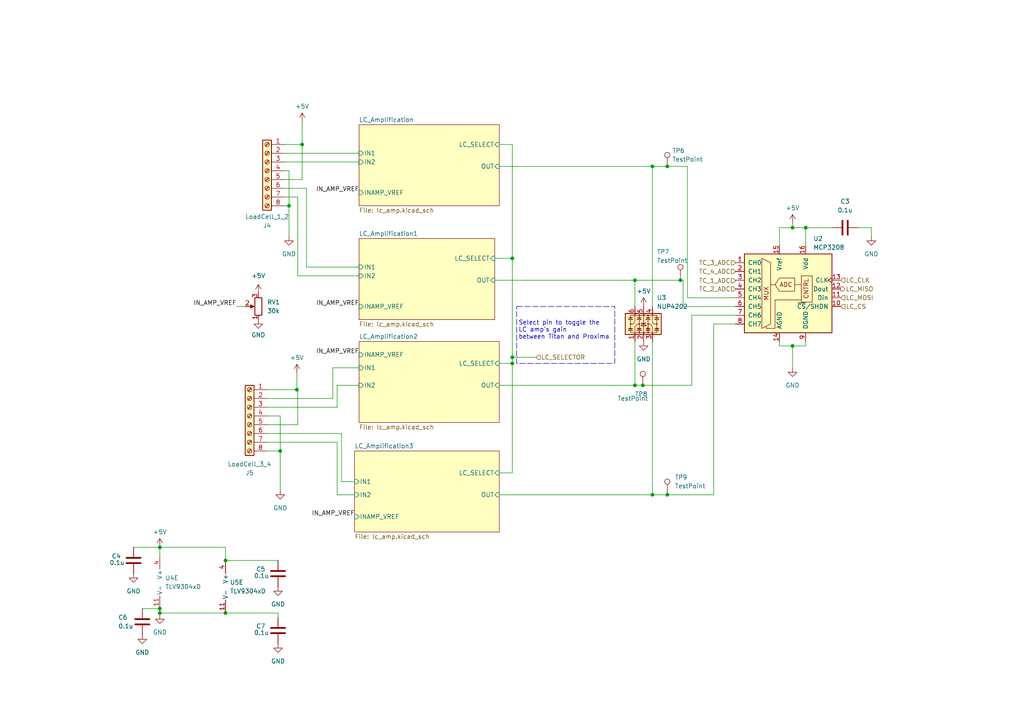
<source format=kicad_sch>
(kicad_sch (version 20230121) (generator eeschema)
  (paper "A4")
  (lib_symbols
    (symbol "Amplifier_Operational:TLV9304xD" (pin_names (offset 0.127))
      (property "Reference" "U" (at 0 5.08 0))
      (property "Value" "TLV9304xD" (at 0 -5.08 0))
      (symbol "TLV9304xD_1_1"
        (polyline (pts (xy -5.08 5.08) (xy 5.08 0) (xy -5.08 -5.08) (xy -5.08 5.08)) (stroke (width 0.254)) (fill (type background)))
        (pin output line (at 7.62 0 180) (length 2.54) (name "~") (number "1"))
        (pin input line (at -7.62 -2.54 0) (length 2.54) (name "-") (number "2"))
        (pin input line (at -7.62 2.54 0) (length 2.54) (name "+") (number "3"))
      )
      (symbol "TLV9304xD_2_1"
        (polyline (pts (xy -5.08 5.08) (xy 5.08 0) (xy -5.08 -5.08) (xy -5.08 5.08)) (stroke (width 0.254)) (fill (type background)))
        (pin input line (at -7.62 2.54 0) (length 2.54) (name "+") (number "5"))
        (pin input line (at -7.62 -2.54 0) (length 2.54) (name "-") (number "6"))
        (pin output line (at 7.62 0 180) (length 2.54) (name "~") (number "7"))
      )
      (symbol "TLV9304xD_3_1"
        (polyline (pts (xy -5.08 5.08) (xy 5.08 0) (xy -5.08 -5.08) (xy -5.08 5.08)) (stroke (width 0.254)) (fill (type background)))
        (pin input line (at -7.62 2.54 0) (length 2.54) (name "+") (number "10"))
        (pin output line (at 7.62 0 180) (length 2.54) (name "~") (number "8"))
        (pin input line (at -7.62 -2.54 0) (length 2.54) (name "-") (number "9"))
      )
      (symbol "TLV9304xD_4_1"
        (polyline (pts (xy -5.08 5.08) (xy 5.08 0) (xy -5.08 -5.08) (xy -5.08 5.08)) (stroke (width 0.254)) (fill (type background)))
        (pin input line (at -7.62 2.54 0) (length 2.54) (name "+") (number "12"))
        (pin input line (at -7.62 -2.54 0) (length 2.54) (name "-") (number "13"))
        (pin output line (at 7.62 0 180) (length 2.54) (name "~") (number "14"))
      )
      (symbol "TLV9304xD_5_1"
        (pin power_in line (at -2.54 -7.62 90) (length 3.81) (name "V-") (number "11"))
        (pin power_in line (at -2.54 7.62 270) (length 3.81) (name "V+") (number "4"))
      )
    )
    (symbol "Analog_ADC:MCP3208" (pin_names (offset 1.016))
      (property "Reference" "U3" (at 7.2741 14.605 0))
      (property "Value" "MCP3208" (at 7.2741 12.065 0))
      (symbol "MCP3208_0_0"
        (text "ADC" (at -0.635 1.27 0) (effects (font (size 1.27 1.27))))
        (text "CNTRL" (at 5.969 -2.921 900) (effects (font (size 1.27 1.27)) (justify left bottom)))
        (text "MUX" (at -6.35 -1.27 900) (effects (font (size 1.27 1.27))))
      )
      (symbol "MCP3208_0_1"
        (polyline (pts (xy -3.81 1.27) (xy -5.08 1.27)))
        (polyline (pts (xy 1.905 1.27) (xy 3.81 1.27)))
        (polyline (pts (xy -7.62 8.89) (xy -7.62 -11.43) (xy -5.08 -10.16) (xy -5.08 7.62) (xy -7.62 8.89)))
        (polyline (pts (xy 3.81 -3.175) (xy -3.81 -3.175) (xy -3.81 -11.43) (xy -6.35 -11.43) (xy -6.35 -10.795)))
        (polyline (pts (xy 1.905 3.175) (xy 1.905 -0.635) (xy -2.54 -0.635) (xy -3.81 1.27) (xy -2.54 3.175) (xy 1.905 3.175)))
        (rectangle (start 3.81 -3.81) (end 6.985 3.81))
        (rectangle (start 12.7 -12.7) (end -12.7 10.16) (stroke (width 0.254)) (fill (type background)))
      )
      (symbol "MCP3208_1_1"
        (pin input line (at -15.24 7.62 0) (length 2.54) (name "CH0") (number "1"))
        (pin input line (at 15.24 -5.08 180) (length 2.54) (name "~{CS}/SHDN") (number "10"))
        (pin input line (at 15.24 -2.54 180) (length 2.54) (name "Din") (number "11"))
        (pin tri_state line (at 15.24 0 180) (length 2.54) (name "Dout") (number "12"))
        (pin input clock (at 15.24 2.54 180) (length 2.54) (name "CLK") (number "13"))
        (pin power_in line (at -2.54 -15.24 90) (length 2.54) (name "AGND") (number "14"))
        (pin power_in line (at -2.54 12.7 270) (length 2.54) (name "Vref") (number "15"))
        (pin power_in line (at 5.08 12.7 270) (length 2.54) (name "Vdd") (number "16"))
        (pin input line (at -15.24 5.08 0) (length 2.54) (name "CH1") (number "2"))
        (pin input line (at -15.24 2.54 0) (length 2.54) (name "CH2") (number "3"))
        (pin input line (at -15.24 0 0) (length 2.54) (name "CH3") (number "4"))
        (pin input line (at -15.24 -2.54 0) (length 2.54) (name "CH4") (number "5"))
        (pin input line (at -15.24 -5.08 0) (length 2.54) (name "CH5") (number "6"))
        (pin input line (at -15.24 -7.62 0) (length 2.54) (name "CH6") (number "7"))
        (pin input line (at -15.24 -10.16 0) (length 2.54) (name "CH7") (number "8"))
        (pin power_in line (at 5.08 -15.24 90) (length 2.54) (name "DGND") (number "9"))
      )
    )
    (symbol "Connector:Screw_Terminal_01x08" (pin_names (offset 1.016) hide)
      (property "Reference" "J" (at 0 10.16 0))
      (property "Value" "Screw_Terminal_01x08" (at 0 -12.7 0))
      (symbol "Screw_Terminal_01x08_1_1"
        (rectangle (start -1.27 8.89) (end 1.27 -11.43) (stroke (width 0.254)) (fill (type background)))
        (circle (center 0 -10.16) (radius 0.635) (stroke (width 0.1524)))
        (circle (center 0 -7.62) (radius 0.635) (stroke (width 0.1524)))
        (circle (center 0 -5.08) (radius 0.635) (stroke (width 0.1524)))
        (circle (center 0 -2.54) (radius 0.635) (stroke (width 0.1524)))
        (polyline (pts (xy -0.5334 -9.8298) (xy 0.3302 -10.668)) (stroke (width 0.1524)))
        (polyline (pts (xy -0.5334 -7.2898) (xy 0.3302 -8.128)) (stroke (width 0.1524)))
        (polyline (pts (xy -0.5334 -4.7498) (xy 0.3302 -5.588)) (stroke (width 0.1524)))
        (polyline (pts (xy -0.5334 -2.2098) (xy 0.3302 -3.048)) (stroke (width 0.1524)))
        (polyline (pts (xy -0.5334 0.3302) (xy 0.3302 -0.508)) (stroke (width 0.1524)))
        (polyline (pts (xy -0.5334 2.8702) (xy 0.3302 2.032)) (stroke (width 0.1524)))
        (polyline (pts (xy -0.5334 5.4102) (xy 0.3302 4.572)) (stroke (width 0.1524)))
        (polyline (pts (xy -0.5334 7.9502) (xy 0.3302 7.112)) (stroke (width 0.1524)))
        (polyline (pts (xy -0.3556 -9.652) (xy 0.508 -10.4902)) (stroke (width 0.1524)))
        (polyline (pts (xy -0.3556 -7.112) (xy 0.508 -7.9502)) (stroke (width 0.1524)))
        (polyline (pts (xy -0.3556 -4.572) (xy 0.508 -5.4102)) (stroke (width 0.1524)))
        (polyline (pts (xy -0.3556 -2.032) (xy 0.508 -2.8702)) (stroke (width 0.1524)))
        (polyline (pts (xy -0.3556 0.508) (xy 0.508 -0.3302)) (stroke (width 0.1524)))
        (polyline (pts (xy -0.3556 3.048) (xy 0.508 2.2098)) (stroke (width 0.1524)))
        (polyline (pts (xy -0.3556 5.588) (xy 0.508 4.7498)) (stroke (width 0.1524)))
        (polyline (pts (xy -0.3556 8.128) (xy 0.508 7.2898)) (stroke (width 0.1524)))
        (circle (center 0 0) (radius 0.635) (stroke (width 0.1524)))
        (circle (center 0 2.54) (radius 0.635) (stroke (width 0.1524)))
        (circle (center 0 5.08) (radius 0.635) (stroke (width 0.1524)))
        (circle (center 0 7.62) (radius 0.635) (stroke (width 0.1524)))
        (pin passive line (at -5.08 7.62 0) (length 3.81) (name "Pin_1") (number "1"))
        (pin passive line (at -5.08 5.08 0) (length 3.81) (name "Pin_2") (number "2"))
        (pin passive line (at -5.08 2.54 0) (length 3.81) (name "Pin_3") (number "3"))
        (pin passive line (at -5.08 0 0) (length 3.81) (name "Pin_4") (number "4"))
        (pin passive line (at -5.08 -2.54 0) (length 3.81) (name "Pin_5") (number "5"))
        (pin passive line (at -5.08 -5.08 0) (length 3.81) (name "Pin_6") (number "6"))
        (pin passive line (at -5.08 -7.62 0) (length 3.81) (name "Pin_7") (number "7"))
        (pin passive line (at -5.08 -10.16 0) (length 3.81) (name "Pin_8") (number "8"))
      )
    )
    (symbol "Connector:TestPoint" (pin_numbers hide) (pin_names (offset 0.762) hide)
      (property "Reference" "TP" (at 0 6.858 0))
      (property "Value" "TestPoint" (at 0 5.08 0))
      (symbol "TestPoint_0_1"
        (circle (center 0 3.302) (radius 0.762))
      )
      (symbol "TestPoint_1_1"
        (pin passive line (at 0 0 90) (length 2.54) (name "1") (number "1"))
      )
    )
    (symbol "Device:C" (pin_numbers hide) (pin_names (offset 0.254))
      (property "Reference" "C" (at 0.635 2.54 0))
      (property "Value" "C" (at 0.635 -2.54 0))
      (symbol "C_0_1"
        (polyline (pts (xy -2.032 -0.762) (xy 2.032 -0.762)) (stroke (width 0.508)))
        (polyline (pts (xy -2.032 0.762) (xy 2.032 0.762)) (stroke (width 0.508)))
      )
      (symbol "C_1_1"
        (pin passive line (at 0 3.81 270) (length 2.794) (name "~") (number "1"))
        (pin passive line (at 0 -3.81 90) (length 2.794) (name "~") (number "2"))
      )
    )
    (symbol "Device:R_Potentiometer" (pin_names (offset 1.016) hide)
      (property "Reference" "RV" (at -4.445 0 90))
      (property "Value" "R_Potentiometer" (at -2.54 0 90))
      (symbol "R_Potentiometer_0_1"
        (polyline (pts (xy 2.54 0) (xy 1.524 0)))
        (polyline (pts (xy 1.143 0) (xy 2.286 0.508) (xy 2.286 -0.508) (xy 1.143 0)) (fill (type outline)))
        (rectangle (start 1.016 2.54) (end -1.016 -2.54) (stroke (width 0.254)))
      )
      (symbol "R_Potentiometer_1_1"
        (pin passive line (at 0 3.81 270) (length 1.27) (name "1") (number "1"))
        (pin passive line (at 3.81 0 180) (length 1.27) (name "2") (number "2"))
        (pin passive line (at 0 -3.81 90) (length 1.27) (name "3") (number "3"))
      )
    )
    (symbol "Power_Protection:NUP4202"
      (property "Reference" "U" (at -6.985 -2.54 0))
      (property "Value" "NUP4202" (at 6.35 1.27 90))
      (symbol "NUP4202_0_1"
        (rectangle (start -5.334 3.048) (end 5.08 -3.048) (stroke (width 0.254)) (fill (type background)))
        (circle (center -3.81 0) (radius 0.127))
        (circle (center -3.81 0) (radius 0.127))
        (circle (center -1.27 -2.54) (radius 0.127))
        (circle (center -1.27 -2.54) (radius 0.127))
        (circle (center -1.27 0) (radius 0.127))
        (circle (center -1.27 0) (radius 0.127))
        (circle (center -1.27 2.54) (radius 0.127))
        (circle (center -1.27 2.54) (radius 0.127))
        (circle (center 0 -2.54) (radius 0.127))
        (circle (center 0 -2.54) (radius 0.127))
        (polyline (pts (xy -4.445 -1.27) (xy -3.175 -1.27)))
        (polyline (pts (xy -4.445 -1.27) (xy -3.175 -1.27)))
        (polyline (pts (xy -4.445 1.905) (xy -3.175 1.905)))
        (polyline (pts (xy -3.81 -2.54) (xy -3.81 -0.635)))
        (polyline (pts (xy -3.81 -2.54) (xy 3.81 -2.54)))
        (polyline (pts (xy -3.81 -0.635) (xy -3.81 0.635)))
        (polyline (pts (xy -3.81 0.635) (xy -3.81 2.54)))
        (polyline (pts (xy -3.81 2.54) (xy 3.81 2.54)))
        (polyline (pts (xy -3.81 2.54) (xy 3.81 2.54)))
        (polyline (pts (xy -1.905 -1.27) (xy -0.635 -1.27)))
        (polyline (pts (xy -1.905 -1.27) (xy -0.635 -1.27)))
        (polyline (pts (xy -1.905 1.905) (xy -0.635 1.905)))
        (polyline (pts (xy -1.27 -2.54) (xy -1.27 -0.635)))
        (polyline (pts (xy -1.27 -2.54) (xy -1.27 -0.635)))
        (polyline (pts (xy -1.27 0.635) (xy -1.27 -0.635)))
        (polyline (pts (xy -1.27 0.635) (xy -1.27 2.54)))
        (polyline (pts (xy 0 -0.889) (xy 0 -3.81)))
        (polyline (pts (xy 0 -0.889) (xy 0 1.016)))
        (polyline (pts (xy 0 -0.889) (xy 0 1.016)))
        (polyline (pts (xy 0 1.016) (xy 0 3.81)))
        (polyline (pts (xy 0.635 -1.27) (xy 1.905 -1.27)))
        (polyline (pts (xy 0.635 -1.27) (xy 1.905 -1.27)))
        (polyline (pts (xy 0.635 1.905) (xy 1.905 1.905)))
        (polyline (pts (xy 1.27 -2.54) (xy 1.27 -0.635)))
        (polyline (pts (xy 1.27 -2.54) (xy 1.27 -0.635)))
        (polyline (pts (xy 1.27 0.635) (xy 1.27 -0.635)))
        (polyline (pts (xy 1.27 0.635) (xy 1.27 2.54)))
        (polyline (pts (xy 3.175 -1.27) (xy 4.445 -1.27)))
        (polyline (pts (xy 3.175 -1.27) (xy 4.445 -1.27)))
        (polyline (pts (xy 3.175 1.905) (xy 4.445 1.905)))
        (polyline (pts (xy 3.81 -2.54) (xy 3.81 -0.635)))
        (polyline (pts (xy 3.81 0.635) (xy 3.81 -0.635)))
        (polyline (pts (xy 3.81 0.635) (xy 3.81 2.54)))
        (polyline (pts (xy 0.762 0.254) (xy -0.762 0.254) (xy -0.762 0)))
        (polyline (pts (xy -4.445 -1.905) (xy -3.175 -1.905) (xy -3.81 -1.27) (xy -4.445 -1.905)))
        (polyline (pts (xy -4.445 1.27) (xy -3.175 1.27) (xy -3.81 1.905) (xy -4.445 1.27)))
        (polyline (pts (xy -2.54 -3.81) (xy -2.54 -0.762) (xy -1.905 0) (xy -1.27 0)))
        (polyline (pts (xy -2.54 3.81) (xy -2.54 0.635) (xy -3.048 0) (xy -3.937 0)))
        (polyline (pts (xy -1.905 -1.905) (xy -0.635 -1.905) (xy -1.27 -1.27) (xy -1.905 -1.905)))
        (polyline (pts (xy -1.905 1.27) (xy -0.635 1.27) (xy -1.27 1.905) (xy -1.905 1.27)))
        (polyline (pts (xy -0.762 -0.508) (xy 0.762 -0.508) (xy 0 0.254) (xy -0.762 -0.508)))
        (polyline (pts (xy -0.762 -0.508) (xy 0.762 -0.508) (xy 0 0.254) (xy -0.762 -0.508)))
        (polyline (pts (xy 0.635 -1.905) (xy 1.905 -1.905) (xy 1.27 -1.27) (xy 0.635 -1.905)))
        (polyline (pts (xy 0.635 1.27) (xy 1.905 1.27) (xy 1.27 1.905) (xy 0.635 1.27)))
        (polyline (pts (xy 2.54 -3.81) (xy 2.54 -0.762) (xy 1.905 0) (xy 1.143 0)))
        (polyline (pts (xy 2.54 3.81) (xy 2.54 0.508) (xy 2.921 0) (xy 3.81 0)))
        (polyline (pts (xy 3.175 -1.905) (xy 4.445 -1.905) (xy 3.81 -1.27) (xy 3.175 -1.905)))
        (polyline (pts (xy 3.175 1.27) (xy 4.445 1.27) (xy 3.81 1.905) (xy 3.175 1.27)))
        (circle (center 0 2.54) (radius 0.127))
        (circle (center 0 2.54) (radius 0.127))
        (circle (center 1.27 -2.54) (radius 0.127))
        (circle (center 1.27 -2.54) (radius 0.127))
        (circle (center 1.27 0) (radius 0.127))
        (circle (center 1.27 0) (radius 0.127))
        (circle (center 1.27 2.54) (radius 0.127))
        (circle (center 1.27 2.54) (radius 0.127))
        (circle (center 3.81 0) (radius 0.127))
        (circle (center 3.81 0) (radius 0.127))
      )
      (symbol "NUP4202_1_1"
        (pin passive line (at -2.54 -5.08 90) (length 2.54) (name "~") (number "1"))
        (pin passive line (at 0 -5.08 90) (length 2.54) (name "~") (number "2"))
        (pin passive line (at 2.54 -5.08 90) (length 2.54) (name "~") (number "3"))
        (pin passive line (at 2.54 5.08 270) (length 2.54) (name "~") (number "4"))
        (pin passive line (at 0 5.08 270) (length 2.54) (name "~") (number "5"))
        (pin passive line (at -2.54 5.08 270) (length 2.54) (name "~") (number "6"))
      )
    )
    (symbol "power:+5V" (power) (pin_names (offset 0))
      (property "Value" "+5V" (at 0 3.556 0))
      (symbol "+5V_0_1"
        (polyline (pts (xy -0.762 1.27) (xy 0 2.54)))
        (polyline (pts (xy 0 0) (xy 0 2.54)))
        (polyline (pts (xy 0 2.54) (xy 0.762 1.27)))
      )
      (symbol "+5V_1_1"
        (pin power_in line (at 0 0 90) (length 0) hide (name "+5V") (number "1"))
      )
    )
    (symbol "power:GND" (power) (pin_names (offset 0))
      (property "Value" "GND" (at 0 -3.81 0))
      (symbol "GND_0_1"
        (polyline (pts (xy 0 0) (xy 0 -1.27) (xy 1.27 -1.27) (xy 0 -2.54) (xy -1.27 -1.27) (xy 0 -1.27)))
      )
      (symbol "GND_1_1"
        (pin power_in line (at 0 0 270) (length 0) hide (name "GND") (number "1"))
      )
    )
  )
  (junction (at 184.15 81.28))
  (junction (at 189.23 143.51))
  (junction (at 197.358 81.28))
  (junction (at 65.405 162.56))
  (junction (at 184.15 111.76))
  (junction (at 148.59 103.632))
  (junction (at 46.355 158.75))
  (junction (at 65.405 177.8))
  (junction (at 87.63 41.91))
  (junction (at 46.355 177.8))
  (junction (at 193.548 48.26))
  (junction (at 83.82 59.69))
  (junction (at 86.106 113.03))
  (junction (at 148.59 74.93))
  (junction (at 229.87 66.04))
  (junction (at 233.68 66.04))
  (junction (at 81.28 130.81))
  (junction (at 193.548 143.51))
  (junction (at 46.355 176.53))
  (junction (at 148.59 105.41))
  (junction (at 186.436 111.76))
  (junction (at 229.87 100.33))
  (junction (at 189.23 48.26))
  (wire (pts (xy 46.355 177.8) (xy 65.405 177.8)))
  (wire (pts (xy 86.36 123.19) (xy 77.47 123.19)))
  (wire (pts (xy 189.23 99.06) (xy 189.23 143.51)))
  (wire (pts (xy 83.82 49.53) (xy 83.82 59.69)))
  (wire (pts (xy 148.59 103.632) (xy 148.59 105.41)))
  (wire (pts (xy 193.548 143.002) (xy 193.548 143.51)))
  (wire (pts (xy 77.47 115.57) (xy 96.52 115.57)))
  (wire (pts (xy 38.735 158.75) (xy 46.355 158.75)))
  (wire (pts (xy 97.79 143.51) (xy 102.87 143.51)))
  (wire (pts (xy 229.87 66.04) (xy 233.68 66.04)))
  (wire (pts (xy 144.78 48.26) (xy 189.23 48.26)))
  (wire (pts (xy 193.548 143.51) (xy 207.01 143.51)))
  (wire (pts (xy 71.12 88.9) (xy 68.58 88.9)))
  (wire (pts (xy 87.63 35.306) (xy 87.63 41.91)))
  (wire (pts (xy 200.66 91.44) (xy 213.36 91.44)))
  (wire (pts (xy 148.59 105.41) (xy 144.78 105.41)))
  (wire (pts (xy 226.06 99.06) (xy 226.06 100.33)))
  (wire (pts (xy 46.355 176.53) (xy 46.355 177.8)))
  (wire (pts (xy 226.06 100.33) (xy 229.87 100.33)))
  (wire (pts (xy 184.15 81.28) (xy 184.15 88.9)))
  (wire (pts (xy 82.55 59.69) (xy 83.82 59.69)))
  (wire (pts (xy 82.55 44.45) (xy 104.14 44.45)))
  (wire (pts (xy 248.92 66.04) (xy 252.73 66.04)))
  (wire (pts (xy 207.01 143.51) (xy 207.01 93.98)))
  (wire (pts (xy 96.52 106.68) (xy 104.14 106.68)))
  (wire (pts (xy 77.47 125.73) (xy 99.06 125.73)))
  (wire (pts (xy 104.14 77.47) (xy 88.9 77.47)))
  (wire (pts (xy 197.358 80.772) (xy 197.358 81.28)))
  (wire (pts (xy 86.106 113.03) (xy 86.36 113.03)))
  (wire (pts (xy 83.82 59.69) (xy 83.82 68.58)))
  (wire (pts (xy 88.9 54.61) (xy 82.55 54.61)))
  (wire (pts (xy 77.47 113.03) (xy 86.106 113.03)))
  (wire (pts (xy 148.59 41.91) (xy 144.78 41.91)))
  (wire (pts (xy 82.55 57.15) (xy 86.36 57.15)))
  (wire (pts (xy 229.87 106.68) (xy 229.87 100.33)))
  (wire (pts (xy 97.79 118.11) (xy 77.47 118.11)))
  (wire (pts (xy 184.15 99.06) (xy 184.15 111.76)))
  (wire (pts (xy 233.68 66.04) (xy 241.3 66.04)))
  (wire (pts (xy 86.36 80.01) (xy 104.14 80.01)))
  (wire (pts (xy 226.06 66.04) (xy 229.87 66.04)))
  (wire (pts (xy 81.28 120.65) (xy 81.28 130.81)))
  (wire (pts (xy 198.12 88.9) (xy 198.12 81.28)))
  (wire (pts (xy 155.448 103.632) (xy 148.59 103.632)))
  (wire (pts (xy 80.645 177.8) (xy 65.405 177.8)))
  (wire (pts (xy 148.59 137.16) (xy 144.78 137.16)))
  (wire (pts (xy 148.59 105.41) (xy 148.59 137.16)))
  (wire (pts (xy 144.78 143.51) (xy 189.23 143.51)))
  (wire (pts (xy 193.548 48.26) (xy 199.39 48.26)))
  (wire (pts (xy 87.63 41.91) (xy 87.63 52.07)))
  (wire (pts (xy 46.355 177.8) (xy 46.355 178.308)))
  (wire (pts (xy 148.59 74.93) (xy 148.59 103.632)))
  (wire (pts (xy 96.52 115.57) (xy 96.52 106.68)))
  (wire (pts (xy 143.51 74.93) (xy 148.59 74.93)))
  (wire (pts (xy 197.358 81.28) (xy 198.12 81.28)))
  (wire (pts (xy 207.01 93.98) (xy 213.36 93.98)))
  (wire (pts (xy 77.47 128.27) (xy 97.79 128.27)))
  (wire (pts (xy 189.23 48.26) (xy 193.548 48.26)))
  (wire (pts (xy 77.47 120.65) (xy 81.28 120.65)))
  (wire (pts (xy 143.51 81.28) (xy 184.15 81.28)))
  (wire (pts (xy 97.79 128.27) (xy 97.79 143.51)))
  (wire (pts (xy 82.55 41.91) (xy 87.63 41.91)))
  (wire (pts (xy 229.87 100.33) (xy 233.68 100.33)))
  (wire (pts (xy 148.59 41.91) (xy 148.59 74.93)))
  (wire (pts (xy 189.23 48.26) (xy 189.23 88.9)))
  (wire (pts (xy 199.39 86.36) (xy 199.39 48.26)))
  (wire (pts (xy 213.36 81.28) (xy 213.36 81.407)))
  (wire (pts (xy 65.405 162.56) (xy 80.645 162.56)))
  (wire (pts (xy 99.06 139.7) (xy 99.06 125.73)))
  (wire (pts (xy 144.78 111.76) (xy 184.15 111.76)))
  (wire (pts (xy 252.73 66.04) (xy 252.73 68.58)))
  (wire (pts (xy 102.87 139.7) (xy 99.06 139.7)))
  (wire (pts (xy 97.79 111.76) (xy 97.79 118.11)))
  (wire (pts (xy 233.68 100.33) (xy 233.68 99.06)))
  (wire (pts (xy 200.66 91.44) (xy 200.66 111.76)))
  (wire (pts (xy 104.14 111.76) (xy 97.79 111.76)))
  (wire (pts (xy 80.645 179.07) (xy 80.645 177.8)))
  (wire (pts (xy 41.275 176.53) (xy 46.355 176.53)))
  (wire (pts (xy 86.36 57.15) (xy 86.36 80.01)))
  (wire (pts (xy 86.106 108.204) (xy 86.106 113.03)))
  (wire (pts (xy 88.9 77.47) (xy 88.9 54.61)))
  (wire (pts (xy 46.355 158.75) (xy 46.355 161.29)))
  (wire (pts (xy 184.15 111.76) (xy 186.436 111.76)))
  (wire (pts (xy 213.36 86.36) (xy 199.39 86.36)))
  (wire (pts (xy 226.06 66.04) (xy 226.06 71.12)))
  (wire (pts (xy 65.405 162.56) (xy 65.405 158.75)))
  (wire (pts (xy 186.436 111.76) (xy 200.66 111.76)))
  (wire (pts (xy 184.15 81.28) (xy 197.358 81.28)))
  (wire (pts (xy 82.55 52.07) (xy 87.63 52.07)))
  (wire (pts (xy 82.55 46.99) (xy 104.14 46.99)))
  (wire (pts (xy 189.23 143.51) (xy 193.548 143.51)))
  (wire (pts (xy 86.36 113.03) (xy 86.36 123.19)))
  (wire (pts (xy 213.36 88.9) (xy 198.12 88.9)))
  (wire (pts (xy 82.55 49.53) (xy 83.82 49.53)))
  (wire (pts (xy 233.68 66.04) (xy 233.68 71.12)))
  (wire (pts (xy 81.28 130.81) (xy 81.28 142.24)))
  (wire (pts (xy 65.405 158.75) (xy 46.355 158.75)))
  (wire (pts (xy 229.87 64.77) (xy 229.87 66.04)))
  (wire (pts (xy 81.28 130.81) (xy 77.47 130.81)))
  (rectangle (start 149.86 88.9) (end 178.308 105.41) (stroke (width 0) (type dash)))
  (text "Select pin to toggle the\nLC amp's gain \nbetween Titan and Proxima " (at 150.368 98.552 0) (effects (font (size 1.27 1.27)) (justify left bottom)))
  (label "IN_AMP_VREF" (at 104.14 88.9 180))
  (label "IN_AMP_VREF" (at 102.87 149.86 180))
  (label "IN_AMP_VREF" (at 104.14 102.87 180))
  (label "IN_AMP_VREF" (at 68.58 88.9 180))
  (label "IN_AMP_VREF" (at 104.14 55.88 180))
  (hierarchical_label "TC_3_ADC" (shape input) (at 213.36 76.2 180))
  (hierarchical_label "LC_SELECTOR" (shape input) (at 155.448 103.632 0))
  (hierarchical_label "LC_MOSI" (shape input) (at 243.84 86.36 0))
  (hierarchical_label "LC_CLK" (shape input) (at 243.84 81.28 0))
  (hierarchical_label "TC_4_ADC" (shape input) (at 213.36 78.74 180))
  (hierarchical_label "LC_CS" (shape input) (at 243.84 88.9 0))
  (hierarchical_label "TC_1_ADC" (shape input) (at 213.36 81.407 180))
  (hierarchical_label "TC_2_ADC" (shape input) (at 213.36 83.82 180))
  (hierarchical_label "LC_MISO" (shape output) (at 243.84 83.82 0))
  (symbol (lib_id "power:GND") (at 80.645 170.18 0) (unit 1)
    (property "Reference" "#PWR028" (effects hide))
    (property "Value" "GND" (at 80.645 175.26 0))
  )
  (symbol (lib_id "power:GND") (at 41.275 184.15 0) (unit 1)
    (property "Reference" "#PWR030" (effects hide))
    (property "Value" "GND" (at 41.275 189.23 0))
  )
  (symbol (lib_id "power:GND") (at 229.87 106.68 0) (unit 1)
    (property "Reference" "#PWR023" (effects hide))
    (property "Value" "GND" (at 229.87 111.76 0))
  )
  (symbol (lib_id "Device:R_Potentiometer") (at 74.93 88.9 180) (unit 1)
    (property "Reference" "RV1" (at 77.47 87.63 0) (effects (justify right)))
    (property "Value" "30k" (at 77.47 90.17 0) (effects (justify right)))
    (property "Footprint" "Potentiometer_THT:Potentiometer_Bourns_3296W_Vertical" (effects hide))
  )
  (symbol (lib_id "Connector:TestPoint") (at 186.436 111.76 0) (unit 1)
    (property "Reference" "TP8" (at 184.15 114.3 0) (effects (justify left)))
    (property "Value" "TestPoint" (at 179.07 115.57 0) (effects (justify left)))
    (property "Footprint" "TestPoint:TestPoint_Pad_D2.0mm" (effects hide))
  )
  (symbol (lib_id "power:GND") (at 83.82 68.58 0) (unit 1)
    (property "Reference" "#PWR017" (effects hide))
    (property "Value" "GND" (at 83.82 73.66 0))
  )
  (symbol (lib_id "power:+5V") (at 86.106 108.204 0) (unit 1)
    (property "Reference" "#PWR024" (effects hide))
    (property "Value" "+5V" (at 86.106 103.759 0))
  )
  (symbol (lib_id "power:+5V") (at 87.63 35.306 0) (unit 1)
    (property "Reference" "#PWR015" (effects hide))
    (property "Value" "+5V" (at 87.63 30.861 0))
  )
  (symbol (lib_id "Connector:TestPoint") (at 197.358 80.772 0) (unit 1)
    (property "Reference" "TP7" (at 190.5 73.025 0) (effects (justify left)))
    (property "Value" "TestPoint" (at 190.5 75.565 0) (effects (justify left)))
    (property "Footprint" "TestPoint:TestPoint_Pad_D2.0mm" (effects hide))
  )
  (symbol (lib_id "Amplifier_Operational:TLV9304xD") (at 67.945 170.18 0) (unit 5)
    (property "Reference" "U5" (at 66.675 168.91 0) (effects (justify left)))
    (property "Value" "TLV9304xD" (at 66.675 171.45 0) (effects (justify left)))
    (property "Footprint" "Package_SO:SO-14_3.9x8.65mm_P1.27mm" (effects hide))
    (property "Datasheet" "https://www.ti.com/lit/ds/symlink/tlv9304.pdf" (effects hide))
  )
  (symbol (lib_id "power:+5V") (at 46.355 158.75 0) (unit 1)
    (property "Reference" "#PWR026" (effects hide))
    (property "Value" "+5V" (at 46.355 154.305 0))
  )
  (symbol (lib_id "Connector:TestPoint") (at 193.548 143.002 0) (unit 1)
    (property "Reference" "TP9" (at 195.707 138.43 0) (effects (justify left)))
    (property "Value" "TestPoint" (at 195.707 140.97 0) (effects (justify left)))
    (property "Footprint" "TestPoint:TestPoint_Pad_D2.0mm" (effects hide))
  )
  (symbol (lib_id "power:+5V") (at 74.93 85.09 0) (unit 1)
    (property "Reference" "#PWR019" (effects hide))
    (property "Value" "+5V" (at 74.93 80.01 0))
  )
  (symbol (lib_id "Amplifier_Operational:TLV9304xD") (at 48.895 168.91 0) (unit 5)
    (property "Reference" "U4" (at 47.879 167.64 0) (effects (justify left)))
    (property "Value" "TLV9304xD" (at 47.879 170.18 0) (effects (justify left)))
    (property "Footprint" "Package_SO:SO-14_3.9x8.65mm_P1.27mm" (effects hide))
    (property "Datasheet" "https://www.ti.com/lit/ds/symlink/tlv9304.pdf" (effects hide))
  )
  (symbol (lib_id "power:GND") (at 81.28 142.24 0) (unit 1)
    (property "Reference" "#PWR025" (effects hide))
    (property "Value" "GND" (at 81.28 147.32 0))
  )
  (symbol (lib_id "Device:C") (at 38.735 162.56 180) (unit 1)
    (property "Reference" "C4" (at 32.385 161.29 0) (effects (justify right)))
    (property "Value" "0.1u" (at 31.75 163.195 0) (effects (justify right)))
    (property "Footprint" "Capacitor_SMD:C_1206_3216Metric" (effects hide))
  )
  (symbol (lib_id "Power_Protection:NUP4202") (at 186.69 93.98 0) (unit 1)
    (property "Reference" "U3" (at 190.5 86.36 0) (effects (justify left)))
    (property "Value" "NUP4202" (at 190.5 88.9 0) (effects (justify left)))
    (property "Footprint" "Package_TO_SOT_SMD:SOT-363_SC-70-6" (effects hide))
    (property "Datasheet" "http://www.onsemi.com/pub_link/Collateral/NUP4202W1-D.PDF" (effects hide))
  )
  (symbol (lib_id "Analog_ADC:MCP3208") (at 228.6 83.82 0) (unit 1)
    (property "Reference" "U2" (at 235.8741 69.215 0) (effects (justify left)))
    (property "Value" "MCP3208" (at 235.8741 71.755 0) (effects (justify left)))
    (property "Footprint" "Package_SO:SOIC-16_3.9x9.9mm_P1.27mm" (effects hide))
    (property "Datasheet" "http://ww1.microchip.com/downloads/en/DeviceDoc/21298c.pdf" (effects hide))
  )
  (symbol (lib_id "Device:C") (at 245.11 66.04 90) (unit 1)
    (property "Reference" "C3" (at 245.11 58.42 90))
    (property "Value" "0.1u" (at 245.11 60.96 90))
    (property "Footprint" "Capacitor_SMD:C_1206_3216Metric" (effects hide))
  )
  (symbol (lib_id "power:GND") (at 80.645 186.69 0) (unit 1)
    (property "Reference" "#PWR031" (effects hide))
    (property "Value" "GND" (at 80.645 191.77 0))
  )
  (symbol (lib_id "Connector:Screw_Terminal_01x08") (at 72.39 120.65 0) (mirror y) (unit 1)
    (property "Reference" "J5" (at 72.39 137.16 0))
    (property "Value" "LoadCell_3_4" (at 72.39 134.62 0))
    (property "Footprint" "terminal blocks:P-2604-1108" (effects hide))
  )
  (symbol (lib_id "Device:C") (at 41.275 180.34 180) (unit 1)
    (property "Reference" "C6" (at 34.29 179.07 0) (effects (justify right)))
    (property "Value" "0.1u" (at 34.29 181.61 0) (effects (justify right)))
    (property "Footprint" "Capacitor_SMD:C_1206_3216Metric" (effects hide))
  )
  (symbol (lib_id "Connector:TestPoint") (at 193.548 48.26 0) (unit 1)
    (property "Reference" "TP6" (at 194.945 43.688 0) (effects (justify left)))
    (property "Value" "TestPoint" (at 194.945 46.228 0) (effects (justify left)))
    (property "Footprint" "TestPoint:TestPoint_Pad_D2.0mm" (effects hide))
  )
  (symbol (lib_id "power:GND") (at 252.73 68.58 0) (unit 1)
    (property "Reference" "#PWR018" (effects hide))
    (property "Value" "GND" (at 252.73 73.66 0))
  )
  (symbol (lib_id "power:GND") (at 46.355 178.308 0) (unit 1)
    (property "Reference" "#PWR029" (effects hide))
    (property "Value" "GND" (at 46.355 183.388 0))
  )
  (symbol (lib_id "Device:C") (at 80.645 182.88 180) (unit 1)
    (property "Reference" "C7" (at 74.295 181.61 0) (effects (justify right)))
    (property "Value" "0.1u" (at 73.66 183.515 0) (effects (justify right)))
    (property "Footprint" "Capacitor_SMD:C_1206_3216Metric" (effects hide))
  )
  (symbol (lib_id "power:+5V") (at 229.87 64.77 0) (unit 1)
    (property "Reference" "#PWR016" (effects hide))
    (property "Value" "+5V" (at 229.87 60.325 0))
  )
  (symbol (lib_id "Connector:Screw_Terminal_01x08") (at 77.47 49.53 0) (mirror y) (unit 1)
    (property "Reference" "J4" (at 77.47 65.405 0))
    (property "Value" "LoadCell_1_2" (at 77.47 62.865 0))
    (property "Footprint" "terminal blocks:P-2604-1108" (effects hide))
  )
  (symbol (lib_id "power:GND") (at 74.93 92.71 0) (mirror y) (unit 1)
    (property "Reference" "#PWR021" (effects hide))
    (property "Value" "GND" (at 74.93 97.155 0))
  )
  (symbol (lib_id "power:+5V") (at 186.69 88.9 0) (unit 1)
    (property "Reference" "#PWR020" (effects hide))
    (property "Value" "+5V" (at 186.69 84.455 0))
  )
  (symbol (lib_id "power:GND") (at 38.735 166.37 0) (unit 1)
    (property "Reference" "#PWR027" (effects hide))
    (property "Value" "GND" (at 38.735 171.45 0))
  )
  (symbol (lib_id "power:GND") (at 186.69 99.06 0) (unit 1)
    (property "Reference" "#PWR022" (effects hide))
    (property "Value" "GND" (at 186.69 104.14 0))
  )
  (symbol (lib_id "Device:C") (at 80.645 166.37 180) (unit 1)
    (property "Reference" "C5" (at 74.295 165.1 0) (effects (justify right)))
    (property "Value" "0.1u" (at 73.66 167.005 0) (effects (justify right)))
    (property "Footprint" "Capacitor_SMD:C_1206_3216Metric" (effects hide))
  )
  (sheet (at 104.14 36.195) (size 40.64 23.495) (stroke (width 0.1524) (color 132 0 0 1)) (fill (color 255 255 194 1.0000))
    (property "Sheetname" "LC_Amplification" (at 104.14 35.4834 0) (effects (justify left bottom)))
    (property "Sheetfile" "lc_amp.kicad_sch" (at 104.14 60.2746 0) (effects (justify left top)))
    (pin "OUT" input (at 144.78 48.26 0))
    (pin "IN2" input (at 104.14 46.99 180))
    (pin "IN1" input (at 104.14 44.45 180))
    (pin "LC_SELECT" input (at 144.78 41.91 0))
    (pin "INAMP_VREF" input (at 104.14 55.88 180))
  )
  (sheet (at 104.14 69.215) (size 39.37 23.495) (stroke (width 0.1524)) (fill (color 255 255 194 1.0000))
    (property "Sheetname" "LC_Amplification1" (at 104.14 68.5034 0) (effects (justify left bottom)))
    (property "Sheetfile" "lc_amp.kicad_sch" (at 104.14 93.2946 0) (effects (justify left top)))
    (pin "OUT" input (at 143.51 81.28 0))
    (pin "IN2" input (at 104.14 80.01 180))
    (pin "IN1" input (at 104.14 77.47 180))
    (pin "LC_SELECT" input (at 143.51 74.93 0))
    (pin "INAMP_VREF" input (at 104.14 88.9 180))
  )
  (sheet (at 104.14 99.06) (size 40.64 23.495) (stroke (width 0.1524)) (fill (color 255 255 194 1.0000))
    (property "Sheetname" "LC_Amplification2" (at 104.14 98.3484 0) (effects (justify left bottom)))
    (property "Sheetfile" "lc_amp.kicad_sch" (at 104.14 123.1396 0) (effects (justify left top)))
    (pin "OUT" input (at 144.78 111.76 0))
    (pin "IN2" input (at 104.14 111.76 180))
    (pin "IN1" input (at 104.14 106.68 180))
    (pin "LC_SELECT" input (at 144.78 105.41 0))
    (pin "INAMP_VREF" input (at 104.14 102.87 180))
  )
  (sheet (at 102.87 130.81) (size 41.91 23.495) (stroke (width 0.1524)) (fill (color 255 255 194 1.0000))
    (property "Sheetname" "LC_Amplification3" (at 102.87 130.0984 0) (effects (justify left bottom)))
    (property "Sheetfile" "lc_amp.kicad_sch" (at 102.87 154.8896 0) (effects (justify left top)))
    (pin "OUT" input (at 144.78 143.51 0))
    (pin "IN2" input (at 102.87 143.51 180))
    (pin "IN1" input (at 102.87 139.7 180))
    (pin "LC_SELECT" input (at 144.78 137.16 0))
    (pin "INAMP_VREF" input (at 102.87 149.86 180))
  )
)
</source>
